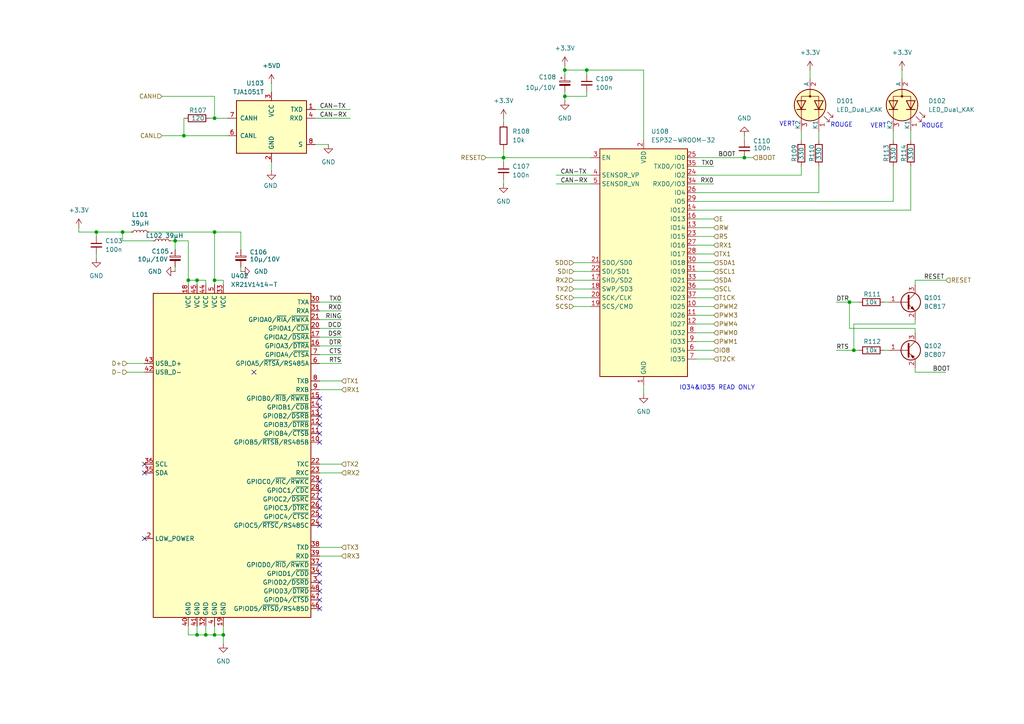
<source format=kicad_sch>
(kicad_sch (version 20250114) (generator "eeschema") (generator_version "9.0")
  (paper "A4")
  (title_block (title "CMOS-74A") (date "2025-09-17") (rev "V0.4") (company "F4DEB") (comment 1 "ESP32") (comment 2 "UART"))
  (lib_symbols
    (symbol "CMOS:XR21V1414"
      (property "Reference" "U" (at -21.59 67.31 0))
      (property "Value" "XR21V1414-T" (at 11.43 67.31 0))
      (symbol "XR21V1414_0_1"
        (rectangle (start -22.86 66.04) (end 22.86 -27.94) (stroke (width 0.254)) (fill (type background)))
      )
      (symbol "XR21V1414_1_1"
        (pin bidirectional line (at -25.4 45.72 0) (length 2.54) (name "USB_D+") (number "43"))
        (pin bidirectional line (at -25.4 43.18 0) (length 2.54) (name "USB_D-") (number "42"))
        (pin bidirectional line (at -25.4 16.51 0) (length 2.54) (name "SCL") (number "36"))
        (pin bidirectional line (at -25.4 13.97 0) (length 2.54) (name "SDA") (number "35"))
        (pin bidirectional line (at -25.4 -5.08 0) (length 2.54) (name "LOW_POWER") (number "2"))
        (pin power_in line (at -12.7 68.58 270) (length 2.54) (name "VCC") (number "18"))
        (pin power_in line (at -12.7 -30.48 90) (length 2.54) (name "GND") (number "40"))
        (pin power_in line (at -10.16 68.58 270) (length 2.54) (name "VCC") (number "45"))
        (pin power_in line (at -10.16 -30.48 90) (length 2.54) (name "GND") (number "41"))
        (pin power_in line (at -7.62 68.58 270) (length 2.54) (name "VCC") (number "44"))
        (pin power_in line (at -7.62 -30.48 90) (length 2.54) (name "GND") (number "32"))
        (pin power_in line (at -5.08 68.58 270) (length 2.54) (name "VCC") (number "5"))
        (pin power_in line (at -5.08 -30.48 90) (length 2.54) (name "GND") (number "4"))
        (pin power_in line (at -2.54 68.58 270) (length 2.54) (name "VCC") (number "33"))
        (pin passive line (at -2.54 68.58 270) (length 2.54) (hide yes) (name "VIO") (number "38"))
        (pin power_in line (at -2.54 -30.48 90) (length 2.54) (name "GND") (number "19"))
        (pin output line (at 25.4 63.5 180) (length 2.54) (name "TXA") (number "30"))
        (pin input line (at 25.4 60.96 180) (length 2.54) (name "RXA") (number "31"))
        (pin bidirectional line (at 25.4 58.42 180) (length 2.54) (name "GPIOA0/~{RIA}/~{RWKA}") (number "21"))
        (pin bidirectional line (at 25.4 55.88 180) (length 2.54) (name "GPIOA1/~{CDA}") (number "20"))
        (pin bidirectional line (at 25.4 53.34 180) (length 2.54) (name "GPIOA2/~{DSRA}") (number "17"))
        (pin bidirectional line (at 25.4 50.8 180) (length 2.54) (name "GPIOA3/~{DTRA}") (number "16"))
        (pin bidirectional line (at 25.4 48.26 180) (length 2.54) (name "GPIOA4/~{CTSA}") (number "7"))
        (pin bidirectional line (at 25.4 45.72 180) (length 2.54) (name "GPIOA5/~{RTSA}/RS485A") (number "6"))
        (pin output line (at 25.4 40.64 180) (length 2.54) (name "TXB") (number "8"))
        (pin input line (at 25.4 38.1 180) (length 2.54) (name "RXB") (number "9"))
        (pin bidirectional line (at 25.4 35.56 180) (length 2.54) (name "GPIOB0/~{RIB}/~{RWKB}") (number "15"))
        (pin bidirectional line (at 25.4 33.02 180) (length 2.54) (name "GPIOB1/~{CDB}") (number "14"))
        (pin bidirectional line (at 25.4 30.48 180) (length 2.54) (name "GPIOB2/~{DSRB}") (number "13"))
        (pin bidirectional line (at 25.4 27.94 180) (length 2.54) (name "GPIOB3/~{DTRB}") (number "12"))
        (pin bidirectional line (at 25.4 25.4 180) (length 2.54) (name "GPIOB4/~{CTSB}") (number "11"))
        (pin bidirectional line (at 25.4 22.86 180) (length 2.54) (name "GPIOB5/~{RTSB}/RS485B") (number "10"))
        (pin output line (at 25.4 16.51 180) (length 2.54) (name "TXC") (number "22"))
        (pin input line (at 25.4 13.97 180) (length 2.54) (name "RXC") (number "23"))
        (pin bidirectional line (at 25.4 11.43 180) (length 2.54) (name "GPIOC0/~{RIC}/~{RWKC}") (number "29"))
        (pin bidirectional line (at 25.4 8.89 180) (length 2.54) (name "GPIOC1/~{CDC}") (number "28"))
        (pin bidirectional line (at 25.4 6.35 180) (length 2.54) (name "GPIOC2/~{DSRC}") (number "27"))
        (pin bidirectional line (at 25.4 3.81 180) (length 2.54) (name "GPIOC3/~{DTRC}") (number "26"))
        (pin bidirectional line (at 25.4 1.27 180) (length 2.54) (name "GPIOC4/~{CTSC}") (number "25"))
        (pin bidirectional line (at 25.4 -1.27 180) (length 2.54) (name "GPIOC5/~{RTSC}/RS485C") (number "24"))
        (pin output line (at 25.4 -7.62 180) (length 2.54) (name "TXD") (number "38"))
        (pin input line (at 25.4 -10.16 180) (length 2.54) (name "RXD") (number "39"))
        (pin bidirectional line (at 25.4 -12.7 180) (length 2.54) (name "GPIOD0/~{RID}/~{RWKD}") (number "37"))
        (pin bidirectional line (at 25.4 -15.24 180) (length 2.54) (name "GPIOD1/~{CDD}") (number "34"))
        (pin bidirectional line (at 25.4 -17.78 180) (length 2.54) (name "GPIOD2/~{DSRD}") (number "3"))
        (pin bidirectional line (at 25.4 -20.32 180) (length 2.54) (name "GPIOD3/~{DTRD}") (number "48"))
        (pin bidirectional line (at 25.4 -22.86 180) (length 2.54) (name "GPIOD4/~{CTSD}") (number "47"))
        (pin bidirectional line (at 25.4 -25.4 180) (length 2.54) (name "GPIOD5/~{RTSD}/RS485D") (number "46"))
      )
    )
    (symbol "Device:C_Polarized_Small" (pin_numbers (hide yes)) (pin_names (offset 0.254) (hide yes))
      (property "Reference" "C" (at 0.254 1.778 0))
      (property "Value" "C_Polarized_Small" (at 0.254 -2.032 0))
      (symbol "C_Polarized_Small_0_1"
        (rectangle (start -1.524 0.6858) (end 1.524 0.3048))
        (rectangle (start -1.524 -0.3048) (end 1.524 -0.6858) (fill (type outline)))
        (polyline (pts (xy -1.27 1.524) (xy -0.762 1.524)))
        (polyline (pts (xy -1.016 1.27) (xy -1.016 1.778)))
      )
      (symbol "C_Polarized_Small_1_1"
        (pin passive line (at 0 2.54 270) (length 1.8542) (name "~") (number "1"))
        (pin passive line (at 0 -2.54 90) (length 1.8542) (name "~") (number "2"))
      )
    )
    (symbol "Device:C_Small" (pin_numbers (hide yes)) (pin_names (offset 0.254) (hide yes))
      (property "Reference" "C" (at 0.254 1.778 0))
      (property "Value" "C_Small" (at 0.254 -2.032 0))
      (symbol "C_Small_0_1"
        (polyline (pts (xy -1.524 0.508) (xy 1.524 0.508)) (stroke (width 0.3048)))
        (polyline (pts (xy -1.524 -0.508) (xy 1.524 -0.508)) (stroke (width 0.3302)))
      )
      (symbol "C_Small_1_1"
        (pin passive line (at 0 2.54 270) (length 2.032) (name "~") (number "1"))
        (pin passive line (at 0 -2.54 90) (length 2.032) (name "~") (number "2"))
      )
    )
    (symbol "Device:LED_Dual_KAK" (pin_names (offset 0))
      (property "Reference" "D" (at 0 5.715 0))
      (property "Value" "LED_Dual_KAK" (at 0 -6.35 0))
      (symbol "LED_Dual_KAK_0_1"
        (polyline (pts (xy -4.572 0) (xy -2.54 0)))
        (circle (center -2.54 0) (radius 0.2794) (fill (type outline)))
        (polyline (pts (xy -1.27 3.81) (xy -1.27 1.27) (xy 1.27 2.54) (xy -1.27 3.81)) (stroke (width 0.254)))
        (polyline (pts (xy -1.27 -1.27) (xy -1.27 -3.81) (xy 1.27 -2.54) (xy -1.27 -1.27)) (stroke (width 0.254)))
        (circle (center 0 0) (radius 4.572) (stroke (width 0.254)) (fill (type background)))
        (polyline (pts (xy 1.27 3.81) (xy 1.27 1.27)) (stroke (width 0.254)))
        (polyline (pts (xy 1.27 -1.27) (xy 1.27 -3.81)) (stroke (width 0.254)))
        (polyline (pts (xy 2.032 5.08) (xy 3.556 6.604) (xy 2.794 6.604) (xy 3.556 6.604) (xy 3.556 5.842)))
        (polyline (pts (xy 2.032 2.54) (xy -2.54 2.54) (xy -2.54 -2.54) (xy 2.032 -2.54)))
        (polyline (pts (xy 3.302 4.064) (xy 4.826 5.588) (xy 4.064 5.588) (xy 4.826 5.588) (xy 4.826 4.826)))
        (polyline (pts (xy 3.81 2.54) (xy 1.905 2.54)))
        (polyline (pts (xy 3.81 -2.54) (xy 1.905 -2.54)))
      )
      (symbol "LED_Dual_KAK_1_1"
        (pin input line (at -7.62 0 0) (length 3.048) (name "A") (number "2"))
        (pin input line (at 7.62 2.54 180) (length 3.81) (name "K1") (number "1"))
        (pin input line (at 7.62 -2.54 180) (length 3.81) (name "K2") (number "3"))
      )
    )
    (symbol "Device:L_Small" (pin_numbers (hide yes)) (pin_names (offset 0.254) (hide yes))
      (property "Reference" "L" (at 0.762 1.016 0))
      (property "Value" "L_Small" (at 0.762 -1.016 0))
      (symbol "L_Small_0_1"
        (arc (start 0 2.032) (mid 0.5058 1.524) (end 0 1.016))
        (arc (start 0 1.016) (mid 0.5058 0.508) (end 0 0))
        (arc (start 0 0) (mid 0.5058 -0.508) (end 0 -1.016))
        (arc (start 0 -1.016) (mid 0.5058 -1.524) (end 0 -2.032))
      )
      (symbol "L_Small_1_1"
        (pin passive line (at 0 2.54 270) (length 0.508) (name "~") (number "1"))
        (pin passive line (at 0 -2.54 90) (length 0.508) (name "~") (number "2"))
      )
    )
    (symbol "Device:R" (pin_numbers (hide yes)) (pin_names (offset 0))
      (property "Reference" "R" (at 2.032 0 90))
      (property "Value" "R" (at 0 0 90))
      (symbol "R_0_1"
        (rectangle (start -1.016 -2.54) (end 1.016 2.54) (stroke (width 0.254)))
      )
      (symbol "R_1_1"
        (pin passive line (at 0 3.81 270) (length 1.27) (name "~") (number "1"))
        (pin passive line (at 0 -3.81 90) (length 1.27) (name "~") (number "2"))
      )
    )
    (symbol "Interface_CAN_LIN:TJA1051T" (pin_names (offset 1.016))
      (property "Reference" "U" (at -10.16 8.89 0))
      (property "Value" "TJA1051T" (at 1.27 8.89 0))
      (symbol "TJA1051T_0_1"
        (rectangle (start -10.16 7.62) (end 10.16 -7.62) (stroke (width 0.254)) (fill (type background)))
      )
      (symbol "TJA1051T_1_1"
        (pin input line (at -12.7 5.08 0) (length 2.54) (name "TXD") (number "1"))
        (pin output line (at -12.7 2.54 0) (length 2.54) (name "RXD") (number "4"))
        (pin input line (at -12.7 -5.08 0) (length 2.54) (name "S") (number "8"))
        (pin no_connect line (at -10.16 -2.54 0) (length 2.54) (hide yes) (name "NC") (number "5"))
        (pin power_in line (at 0 10.16 270) (length 2.54) (name "VCC") (number "3"))
        (pin power_in line (at 0 -10.16 90) (length 2.54) (name "GND") (number "2"))
        (pin bidirectional line (at 12.7 2.54 180) (length 2.54) (name "CANH") (number "7"))
        (pin bidirectional line (at 12.7 -2.54 180) (length 2.54) (name "CANL") (number "6"))
      )
    )
    (symbol "RF_Module:ESP32-WROOM-32"
      (property "Reference" "U" (at -12.7 34.29 0))
      (property "Value" "ESP32-WROOM-32" (at 1.27 34.29 0))
      (symbol "ESP32-WROOM-32_0_1"
        (rectangle (start -12.7 33.02) (end 12.7 -33.02) (stroke (width 0.254)) (fill (type background)))
      )
      (symbol "ESP32-WROOM-32_1_1"
        (pin input line (at -15.24 30.48 0) (length 2.54) (name "EN") (number "3"))
        (pin input line (at -15.24 25.4 0) (length 2.54) (name "SENSOR_VP") (number "4"))
        (pin input line (at -15.24 22.86 0) (length 2.54) (name "SENSOR_VN") (number "5"))
        (pin bidirectional line (at -15.24 0 0) (length 2.54) (name "SDO/SD0") (number "21"))
        (pin bidirectional line (at -15.24 -2.54 0) (length 2.54) (name "SDI/SD1") (number "22"))
        (pin bidirectional line (at -15.24 -5.08 0) (length 2.54) (name "SHD/SD2") (number "17"))
        (pin bidirectional line (at -15.24 -7.62 0) (length 2.54) (name "SWP/SD3") (number "18"))
        (pin bidirectional line (at -15.24 -10.16 0) (length 2.54) (name "SCK/CLK") (number "20"))
        (pin bidirectional line (at -15.24 -12.7 0) (length 2.54) (name "SCS/CMD") (number "19"))
        (pin no_connect line (at -12.7 -27.94 0) (length 2.54) (hide yes) (name "NC") (number "32"))
        (pin power_in line (at 0 35.56 270) (length 2.54) (name "VDD") (number "2"))
        (pin power_in line (at 0 -35.56 90) (length 2.54) (name "GND") (number "1"))
        (pin passive line (at 0 -35.56 90) (length 2.54) (hide yes) (name "GND") (number "15"))
        (pin passive line (at 0 -35.56 90) (length 2.54) (hide yes) (name "GND") (number "38"))
        (pin passive line (at 0 -35.56 90) (length 2.54) (hide yes) (name "GND") (number "39"))
        (pin bidirectional line (at 15.24 30.48 180) (length 2.54) (name "IO0") (number "25"))
        (pin bidirectional line (at 15.24 27.94 180) (length 2.54) (name "TXD0/IO1") (number "35"))
        (pin bidirectional line (at 15.24 25.4 180) (length 2.54) (name "IO2") (number "24"))
        (pin bidirectional line (at 15.24 22.86 180) (length 2.54) (name "RXD0/IO3") (number "34"))
        (pin bidirectional line (at 15.24 20.32 180) (length 2.54) (name "IO4") (number "26"))
        (pin bidirectional line (at 15.24 17.78 180) (length 2.54) (name "IO5") (number "29"))
        (pin bidirectional line (at 15.24 15.24 180) (length 2.54) (name "IO12") (number "14"))
        (pin bidirectional line (at 15.24 12.7 180) (length 2.54) (name "IO13") (number "16"))
        (pin bidirectional line (at 15.24 10.16 180) (length 2.54) (name "IO14") (number "13"))
        (pin bidirectional line (at 15.24 7.62 180) (length 2.54) (name "IO15") (number "23"))
        (pin bidirectional line (at 15.24 5.08 180) (length 2.54) (name "IO16") (number "27"))
        (pin bidirectional line (at 15.24 2.54 180) (length 2.54) (name "IO17") (number "28"))
        (pin bidirectional line (at 15.24 0 180) (length 2.54) (name "IO18") (number "30"))
        (pin bidirectional line (at 15.24 -2.54 180) (length 2.54) (name "IO19") (number "31"))
        (pin bidirectional line (at 15.24 -5.08 180) (length 2.54) (name "IO21") (number "33"))
        (pin bidirectional line (at 15.24 -7.62 180) (length 2.54) (name "IO22") (number "36"))
        (pin bidirectional line (at 15.24 -10.16 180) (length 2.54) (name "IO23") (number "37"))
        (pin bidirectional line (at 15.24 -12.7 180) (length 2.54) (name "IO25") (number "10"))
        (pin bidirectional line (at 15.24 -15.24 180) (length 2.54) (name "IO26") (number "11"))
        (pin bidirectional line (at 15.24 -17.78 180) (length 2.54) (name "IO27") (number "12"))
        (pin bidirectional line (at 15.24 -20.32 180) (length 2.54) (name "IO32") (number "8"))
        (pin bidirectional line (at 15.24 -22.86 180) (length 2.54) (name "IO33") (number "9"))
        (pin input line (at 15.24 -25.4 180) (length 2.54) (name "IO34") (number "6"))
        (pin input line (at 15.24 -27.94 180) (length 2.54) (name "IO35") (number "7"))
      )
    )
    (symbol "Transistor_BJT:BC807" (pin_names (offset 0) (hide yes))
      (property "Reference" "Q" (at 5.08 1.905 0))
      (property "Value" "BC807" (at 5.08 0 0))
      (symbol "BC807_0_1"
        (polyline (pts (xy -2.54 0) (xy 0.635 0)))
        (polyline (pts (xy 0.635 1.905) (xy 0.635 -1.905)) (stroke (width 0.508)))
        (polyline (pts (xy 0.635 0.635) (xy 2.54 2.54)))
        (polyline (pts (xy 0.635 -0.635) (xy 2.54 -2.54)))
        (circle (center 1.27 0) (radius 2.8194) (stroke (width 0.254)))
        (polyline (pts (xy 2.286 -1.778) (xy 1.778 -2.286) (xy 1.27 -1.27) (xy 2.286 -1.778)) (fill (type outline)))
      )
      (symbol "BC807_1_1"
        (pin input line (at -5.08 0 0) (length 2.54) (name "B") (number "1"))
        (pin passive line (at 2.54 5.08 270) (length 2.54) (name "C") (number "3"))
        (pin passive line (at 2.54 -5.08 90) (length 2.54) (name "E") (number "2"))
      )
    )
    (symbol "Transistor_BJT:BC817" (pin_names (offset 0) (hide yes))
      (property "Reference" "Q" (at 5.08 1.905 0))
      (property "Value" "BC817" (at 5.08 0 0))
      (symbol "BC817_0_1"
        (polyline (pts (xy -2.54 0) (xy 0.635 0)))
        (polyline (pts (xy 0.635 1.905) (xy 0.635 -1.905)) (stroke (width 0.508)))
        (circle (center 1.27 0) (radius 2.8194) (stroke (width 0.254)))
      )
      (symbol "BC817_1_1"
        (polyline (pts (xy 0.635 0.635) (xy 2.54 2.54)))
        (polyline (pts (xy 0.635 -0.635) (xy 2.54 -2.54)))
        (polyline (pts (xy 1.27 -1.778) (xy 1.778 -1.27) (xy 2.286 -2.286) (xy 1.27 -1.778)) (fill (type outline)))
        (pin input line (at -5.08 0 0) (length 2.54) (name "B") (number "1"))
        (pin passive line (at 2.54 5.08 270) (length 2.54) (name "C") (number "3"))
        (pin passive line (at 2.54 -5.08 90) (length 2.54) (name "E") (number "2"))
      )
    )
    (symbol "power:+3.3V" (power) (pin_numbers (hide yes)) (pin_names (offset 0) (hide yes))
      (property "Value" "+3.3V" (at 0 3.556 0))
      (symbol "+3.3V_0_1"
        (polyline (pts (xy -0.762 1.27) (xy 0 2.54)))
        (polyline (pts (xy 0 2.54) (xy 0.762 1.27)))
        (polyline (pts (xy 0 0) (xy 0 2.54)))
      )
      (symbol "+3.3V_1_1"
        (pin power_in line (at 0 0 90) (length 0) (name "~") (number "1"))
      )
    )
    (symbol "power:+5VD" (power) (pin_numbers (hide yes)) (pin_names (offset 0) (hide yes))
      (property "Value" "+5VD" (at 0 3.556 0))
      (symbol "+5VD_0_1"
        (polyline (pts (xy -0.762 1.27) (xy 0 2.54)))
        (polyline (pts (xy 0 2.54) (xy 0.762 1.27)))
        (polyline (pts (xy 0 0) (xy 0 2.54)))
      )
      (symbol "+5VD_1_1"
        (pin power_in line (at 0 0 90) (length 0) (name "~") (number "1"))
      )
    )
    (symbol "power:GND" (power) (pin_numbers (hide yes)) (pin_names (offset 0) (hide yes))
      (property "Value" "GND" (at 0 -3.81 0))
      (symbol "GND_0_1"
        (polyline (pts (xy 0 0) (xy 0 -1.27) (xy 1.27 -1.27) (xy 0 -2.54) (xy -1.27 -1.27) (xy 0 -1.27)))
      )
      (symbol "GND_1_1"
        (pin power_in line (at 0 0 270) (length 0) (name "~") (number "1"))
      )
    )
  )
  (text "VERT" (at 228.346 36.068 0) (effects (font (size 1.27 1.27))))
  (text "ROUGE" (at 244.094 36.322 0) (effects (font (size 1.27 1.27))))
  (text "IO34&IO35 READ ONLY" (at 208.026 112.522 0) (effects (font (size 1.27 1.27))))
  (text "VERT" (at 254.762 36.576 0) (effects (font (size 1.27 1.27))))
  (text "ROUGE" (at 270.51 36.576 0) (effects (font (size 1.27 1.27))))
  (junction (at 62.23 81.28))
  (junction (at 64.77 184.15))
  (junction (at 62.23 34.29))
  (junction (at 57.15 184.15))
  (junction (at 27.94 67.31))
  (junction (at 246.38 87.63))
  (junction (at 53.34 39.37))
  (junction (at 215.9 45.72))
  (junction (at 146.05 45.72))
  (junction (at 59.69 184.15))
  (junction (at 62.23 184.15))
  (junction (at 163.83 27.94))
  (junction (at 62.23 67.31))
  (junction (at 170.18 20.32))
  (junction (at 163.83 20.32))
  (junction (at 50.8 69.85))
  (junction (at 57.15 81.28))
  (junction (at 54.61 81.28))
  (junction (at 247.65 101.6))
  (junction (at 35.56 67.31))
  (no_connect (at 92.71 152.4))
  (no_connect (at 41.91 134.62))
  (no_connect (at 41.91 137.16))
  (no_connect (at 92.71 115.57))
  (no_connect (at 41.91 156.21))
  (no_connect (at 92.71 123.19))
  (no_connect (at 92.71 171.45))
  (no_connect (at 92.71 144.78))
  (no_connect (at 92.71 166.37))
  (no_connect (at 92.71 168.91))
  (no_connect (at 92.71 173.99))
  (no_connect (at 92.71 120.65))
  (no_connect (at 92.71 139.7))
  (no_connect (at 73.66 107.95))
  (no_connect (at 92.71 149.86))
  (no_connect (at 92.71 142.24))
  (no_connect (at 92.71 163.83))
  (no_connect (at 92.71 176.53))
  (no_connect (at 92.71 118.11))
  (no_connect (at 92.71 128.27))
  (no_connect (at 92.71 125.73))
  (no_connect (at 92.71 147.32))
  (wire (pts (xy 170.18 27.94) (xy 170.18 26.67)))
  (wire (pts (xy 186.69 111.76) (xy 186.69 114.3)))
  (wire (pts (xy 265.43 107.95) (xy 274.32 107.95)))
  (wire (pts (xy 92.71 137.16) (xy 99.06 137.16)))
  (wire (pts (xy 163.83 19.05) (xy 163.83 20.32)))
  (wire (pts (xy 201.93 53.34) (xy 207.01 53.34)))
  (wire (pts (xy 186.69 20.32) (xy 186.69 40.64)))
  (wire (pts (xy 259.08 58.42) (xy 259.08 48.26)))
  (wire (pts (xy 57.15 184.15) (xy 54.61 184.15)))
  (wire (pts (xy 78.74 24.13) (xy 78.74 26.67)))
  (wire (pts (xy 78.74 46.99) (xy 78.74 49.53)))
  (wire (pts (xy 201.93 81.28) (xy 207.01 81.28)))
  (wire (pts (xy 69.85 67.31) (xy 69.85 72.39)))
  (wire (pts (xy 60.96 34.29) (xy 62.23 34.29)))
  (wire (pts (xy 201.93 101.6) (xy 207.01 101.6)))
  (wire (pts (xy 27.94 67.31) (xy 27.94 68.58)))
  (wire (pts (xy 57.15 81.28) (xy 59.69 81.28)))
  (wire (pts (xy 92.71 110.49) (xy 99.06 110.49)))
  (wire (pts (xy 201.93 78.74) (xy 207.01 78.74)))
  (wire (pts (xy 62.23 81.28) (xy 64.77 81.28)))
  (wire (pts (xy 64.77 184.15) (xy 62.23 184.15)))
  (wire (pts (xy 62.23 67.31) (xy 69.85 67.31)))
  (wire (pts (xy 91.44 34.29) (xy 101.6 34.29)))
  (wire (pts (xy 201.93 99.06) (xy 207.01 99.06)))
  (wire (pts (xy 265.43 96.52) (xy 265.43 95.25)))
  (wire (pts (xy 201.93 55.88) (xy 237.49 55.88)))
  (wire (pts (xy 92.71 87.63) (xy 99.06 87.63)))
  (wire (pts (xy 59.69 184.15) (xy 57.15 184.15)))
  (wire (pts (xy 35.56 67.31) (xy 38.1 67.31)))
  (wire (pts (xy 201.93 86.36) (xy 207.01 86.36)))
  (wire (pts (xy 54.61 81.28) (xy 57.15 81.28)))
  (wire (pts (xy 201.93 48.26) (xy 207.01 48.26)))
  (wire (pts (xy 256.54 87.63) (xy 257.81 87.63)))
  (wire (pts (xy 246.38 87.63) (xy 248.92 87.63)))
  (wire (pts (xy 201.93 63.5) (xy 207.01 63.5)))
  (wire (pts (xy 163.83 26.67) (xy 163.83 27.94)))
  (wire (pts (xy 161.29 50.8) (xy 171.45 50.8)))
  (wire (pts (xy 27.94 67.31) (xy 35.56 67.31)))
  (wire (pts (xy 265.43 93.98) (xy 247.65 93.98)))
  (wire (pts (xy 161.29 53.34) (xy 171.45 53.34)))
  (wire (pts (xy 54.61 81.28) (xy 54.61 82.55)))
  (wire (pts (xy 92.71 92.71) (xy 99.06 92.71)))
  (wire (pts (xy 146.05 46.99) (xy 146.05 45.72)))
  (wire (pts (xy 201.93 60.96) (xy 264.16 60.96)))
  (wire (pts (xy 22.86 66.04) (xy 22.86 67.31)))
  (wire (pts (xy 43.18 67.31) (xy 62.23 67.31)))
  (wire (pts (xy 247.65 101.6) (xy 248.92 101.6)))
  (wire (pts (xy 54.61 181.61) (xy 54.61 184.15)))
  (wire (pts (xy 163.83 20.32) (xy 170.18 20.32)))
  (wire (pts (xy 170.18 20.32) (xy 170.18 21.59)))
  (wire (pts (xy 146.05 53.34) (xy 146.05 52.07)))
  (wire (pts (xy 92.71 134.62) (xy 99.06 134.62)))
  (wire (pts (xy 92.71 95.25) (xy 99.06 95.25)))
  (wire (pts (xy 27.94 73.66) (xy 27.94 74.93)))
  (wire (pts (xy 92.71 97.79) (xy 99.06 97.79)))
  (wire (pts (xy 50.8 69.85) (xy 50.8 72.39)))
  (wire (pts (xy 259.08 38.1) (xy 259.08 40.64)))
  (wire (pts (xy 265.43 95.25) (xy 246.38 95.25)))
  (wire (pts (xy 265.43 92.71) (xy 265.43 93.98)))
  (wire (pts (xy 265.43 82.55) (xy 265.43 81.28)))
  (wire (pts (xy 237.49 38.1) (xy 237.49 40.64)))
  (wire (pts (xy 140.97 45.72) (xy 146.05 45.72)))
  (wire (pts (xy 201.93 83.82) (xy 207.01 83.82)))
  (wire (pts (xy 57.15 181.61) (xy 57.15 184.15)))
  (wire (pts (xy 264.16 60.96) (xy 264.16 48.26)))
  (wire (pts (xy 201.93 93.98) (xy 207.01 93.98)))
  (wire (pts (xy 201.93 96.52) (xy 207.01 96.52)))
  (wire (pts (xy 64.77 81.28) (xy 64.77 82.55)))
  (wire (pts (xy 215.9 40.64) (xy 215.9 39.37)))
  (wire (pts (xy 46.99 27.94) (xy 62.23 27.94)))
  (wire (pts (xy 201.93 68.58) (xy 207.01 68.58)))
  (wire (pts (xy 256.54 101.6) (xy 257.81 101.6)))
  (wire (pts (xy 59.69 181.61) (xy 59.69 184.15)))
  (wire (pts (xy 242.57 87.63) (xy 246.38 87.63)))
  (wire (pts (xy 166.37 81.28) (xy 171.45 81.28)))
  (wire (pts (xy 201.93 50.8) (xy 232.41 50.8)))
  (wire (pts (xy 170.18 20.32) (xy 186.69 20.32)))
  (wire (pts (xy 146.05 43.18) (xy 146.05 45.72)))
  (wire (pts (xy 265.43 106.68) (xy 265.43 107.95)))
  (wire (pts (xy 201.93 71.12) (xy 207.01 71.12)))
  (wire (pts (xy 201.93 66.04) (xy 207.01 66.04)))
  (wire (pts (xy 146.05 34.29) (xy 146.05 35.56)))
  (wire (pts (xy 36.83 105.41) (xy 41.91 105.41)))
  (wire (pts (xy 57.15 81.28) (xy 57.15 82.55)))
  (wire (pts (xy 166.37 86.36) (xy 171.45 86.36)))
  (wire (pts (xy 146.05 45.72) (xy 171.45 45.72)))
  (wire (pts (xy 91.44 41.91) (xy 95.25 41.91)))
  (wire (pts (xy 92.71 90.17) (xy 99.06 90.17)))
  (wire (pts (xy 92.71 158.75) (xy 99.06 158.75)))
  (wire (pts (xy 53.34 39.37) (xy 66.04 39.37)))
  (wire (pts (xy 62.23 34.29) (xy 62.23 27.94)))
  (wire (pts (xy 35.56 69.85) (xy 35.56 67.31)))
  (wire (pts (xy 92.71 102.87) (xy 99.06 102.87)))
  (wire (pts (xy 264.16 38.1) (xy 264.16 40.64)))
  (wire (pts (xy 201.93 58.42) (xy 259.08 58.42)))
  (wire (pts (xy 215.9 45.72) (xy 218.44 45.72)))
  (wire (pts (xy 50.8 77.47) (xy 50.8 78.74)))
  (wire (pts (xy 232.41 50.8) (xy 232.41 48.26)))
  (wire (pts (xy 166.37 78.74) (xy 171.45 78.74)))
  (wire (pts (xy 69.85 77.47) (xy 69.85 78.74)))
  (wire (pts (xy 265.43 81.28) (xy 274.32 81.28)))
  (wire (pts (xy 62.23 181.61) (xy 62.23 184.15)))
  (wire (pts (xy 59.69 81.28) (xy 59.69 82.55)))
  (wire (pts (xy 22.86 67.31) (xy 27.94 67.31)))
  (wire (pts (xy 201.93 88.9) (xy 207.01 88.9)))
  (wire (pts (xy 91.44 31.75) (xy 101.6 31.75)))
  (wire (pts (xy 92.71 113.03) (xy 99.06 113.03)))
  (wire (pts (xy 36.83 107.95) (xy 41.91 107.95)))
  (wire (pts (xy 64.77 181.61) (xy 64.77 184.15)))
  (wire (pts (xy 247.65 93.98) (xy 247.65 101.6)))
  (wire (pts (xy 62.23 67.31) (xy 62.23 81.28)))
  (wire (pts (xy 246.38 95.25) (xy 246.38 87.63)))
  (wire (pts (xy 237.49 55.88) (xy 237.49 48.26)))
  (wire (pts (xy 54.61 69.85) (xy 54.61 81.28)))
  (wire (pts (xy 35.56 69.85) (xy 44.45 69.85)))
  (wire (pts (xy 261.62 20.32) (xy 261.62 22.86)))
  (wire (pts (xy 92.71 105.41) (xy 99.06 105.41)))
  (wire (pts (xy 62.23 184.15) (xy 59.69 184.15)))
  (wire (pts (xy 163.83 20.32) (xy 163.83 21.59)))
  (wire (pts (xy 163.83 27.94) (xy 170.18 27.94)))
  (wire (pts (xy 62.23 81.28) (xy 62.23 82.55)))
  (wire (pts (xy 201.93 91.44) (xy 207.01 91.44)))
  (wire (pts (xy 201.93 76.2) (xy 207.01 76.2)))
  (wire (pts (xy 50.8 69.85) (xy 54.61 69.85)))
  (wire (pts (xy 92.71 100.33) (xy 99.06 100.33)))
  (wire (pts (xy 53.34 34.29) (xy 53.34 39.37)))
  (wire (pts (xy 46.99 39.37) (xy 53.34 39.37)))
  (wire (pts (xy 64.77 184.15) (xy 64.77 186.69)))
  (wire (pts (xy 166.37 76.2) (xy 171.45 76.2)))
  (wire (pts (xy 201.93 104.14) (xy 207.01 104.14)))
  (wire (pts (xy 232.41 38.1) (xy 232.41 40.64)))
  (wire (pts (xy 201.93 73.66) (xy 207.01 73.66)))
  (wire (pts (xy 163.83 27.94) (xy 163.83 29.21)))
  (wire (pts (xy 166.37 83.82) (xy 171.45 83.82)))
  (wire (pts (xy 166.37 88.9) (xy 171.45 88.9)))
  (wire (pts (xy 201.93 45.72) (xy 215.9 45.72)))
  (wire (pts (xy 49.53 69.85) (xy 50.8 69.85)))
  (wire (pts (xy 62.23 34.29) (xy 66.04 34.29)))
  (wire (pts (xy 242.57 101.6) (xy 247.65 101.6)))
  (wire (pts (xy 92.71 161.29) (xy 99.06 161.29)))
  (wire (pts (xy 234.95 20.32) (xy 234.95 22.86)))
  (label "RX0" (at 207.01 53.34 180))
  (label "CTS" (at 99.06 102.87 180))
  (label "RTS" (at 242.57 101.6 0))
  (label "DCD" (at 99.06 95.25 180))
  (label "BOOT" (at 208.28 45.72 0))
  (label "RING" (at 99.06 92.71 180))
  (label "TX0" (at 99.06 87.63 180))
  (label "RX0" (at 99.06 90.17 180))
  (label "CAN-TX" (at 162.56 50.8 0))
  (label "RTS" (at 99.06 105.41 180))
  (label "DSR" (at 99.06 97.79 180))
  (label "TX0" (at 207.01 48.26 180))
  (label "BOOT" (at 270.51 107.95 0))
  (label "CAN-TX" (at 92.71 31.75 0))
  (label "DTR" (at 99.06 100.33 180))
  (label "DTR" (at 242.57 87.63 0))
  (label "RESET" (at 267.97 81.28 0))
  (label "CAN-RX" (at 92.71 34.29 0))
  (label "CAN-RX" (at 162.56 53.34 0))
  (hierarchical_label "BOOT" (shape input) (at 218.44 45.72 0))
  (hierarchical_label "IO8" (shape input) (at 207.01 101.6 0))
  (hierarchical_label "RX1" (shape input) (at 207.01 71.12 0))
  (hierarchical_label "RW" (shape input) (at 207.01 66.04 0))
  (hierarchical_label "TX1" (shape input) (at 207.01 73.66 0))
  (hierarchical_label "CANH" (shape input) (at 46.99 27.94 180))
  (hierarchical_label "D-" (shape input) (at 36.83 107.95 180))
  (hierarchical_label "PWM0" (shape input) (at 207.01 96.52 0))
  (hierarchical_label "CANL" (shape input) (at 46.99 39.37 180))
  (hierarchical_label "E" (shape input) (at 207.01 63.5 0))
  (hierarchical_label "T2CK" (shape input) (at 207.01 104.14 0))
  (hierarchical_label "RESET" (shape input) (at 274.32 81.28 0))
  (hierarchical_label "SDI" (shape input) (at 166.37 78.74 180))
  (hierarchical_label "PWM1" (shape input) (at 207.01 99.06 0))
  (hierarchical_label "RX3" (shape input) (at 99.06 161.29 0))
  (hierarchical_label "SCS" (shape input) (at 166.37 88.9 180))
  (hierarchical_label "TX3" (shape input) (at 99.06 158.75 0))
  (hierarchical_label "SDA1" (shape input) (at 207.01 76.2 0))
  (hierarchical_label "SCL1" (shape input) (at 207.01 78.74 0))
  (hierarchical_label "RX2" (shape input) (at 166.37 81.28 180))
  (hierarchical_label "PWM2" (shape input) (at 207.01 88.9 0))
  (hierarchical_label "RS" (shape input) (at 207.01 68.58 0))
  (hierarchical_label "SDA" (shape input) (at 207.01 81.28 0))
  (hierarchical_label "RX1" (shape input) (at 99.06 113.03 0))
  (hierarchical_label "RESET" (shape input) (at 140.97 45.72 180))
  (hierarchical_label "RX2" (shape input) (at 99.06 137.16 0))
  (hierarchical_label "D+" (shape input) (at 36.83 105.41 180))
  (hierarchical_label "PWM4" (shape input) (at 207.01 93.98 0))
  (hierarchical_label "TX2" (shape input) (at 99.06 134.62 0))
  (hierarchical_label "PWM3" (shape input) (at 207.01 91.44 0))
  (hierarchical_label "T1CK" (shape input) (at 207.01 86.36 0))
  (hierarchical_label "TX2" (shape input) (at 166.37 83.82 180))
  (hierarchical_label "TX1" (shape input) (at 99.06 110.49 0))
  (hierarchical_label "SCL" (shape input) (at 207.01 83.82 0))
  (hierarchical_label "SCK" (shape input) (at 166.37 86.36 180))
  (hierarchical_label "SDO" (shape input) (at 166.37 76.2 180))
  (symbol (lib_id "Device:R") (at 252.73 87.63 90) (unit 1)
    (property "Reference" "R111" (at 252.984 85.344 90))
    (property "Value" "10k" (at 252.73 87.63 90))
    (property "Footprint" "Resistor_SMD:R_0603_1608Metric" (effects (hide yes)))
    (property "Description" "Resistor" (effects (hide yes)))
  )
  (symbol (lib_id "power:+3.3V") (at 146.05 34.29 0) (unit 1)
    (property "Reference" "#PWR0103" (effects (hide yes)))
    (property "Value" "+3.3V" (at 146.05 29.21 0))
    (property "Description" "Power symbol creates a global label with name \"+3.3V\"" (effects (hide yes)))
  )
  (symbol (lib_id "Device:C_Small") (at 27.94 71.12 0) (unit 1)
    (property "Reference" "C103" (at 30.48 69.8562 0) (effects (justify left)))
    (property "Value" "100n" (at 30.48 72.3962 0) (effects (justify left)))
    (property "Footprint" "Capacitor_SMD:C_0603_1608Metric_Pad1.08x0.95mm_HandSolder" (effects (hide yes)))
    (property "Description" "Unpolarized capacitor, small symbol" (effects (hide yes)))
  )
  (symbol (lib_id "Device:R") (at 232.41 44.45 0) (unit 1)
    (property "Reference" "R109" (at 230.378 46.99 90) (effects (justify left)))
    (property "Value" "330" (at 232.41 46.482 90) (effects (justify left)))
    (property "Footprint" "Resistor_SMD:R_0603_1608Metric" (effects (hide yes)))
    (property "Description" "Resistor" (effects (hide yes)))
  )
  (symbol (lib_id "power:+3.3V") (at 163.83 19.05 0) (unit 1)
    (property "Reference" "#PWR0122" (effects (hide yes)))
    (property "Value" "+3.3V" (at 163.83 13.97 0))
    (property "Description" "Power symbol creates a global label with name \"+3.3V\"" (effects (hide yes)))
  )
  (symbol (lib_id "Device:C_Polarized_Small") (at 69.85 74.93 0) (unit 1)
    (property "Reference" "C106" (at 72.39 73.1138 0) (effects (justify left)))
    (property "Value" "10µ/10V" (at 72.39 75.184 0) (effects (justify left)))
    (property "Footprint" "Capacitor_Tantalum_SMD:CP_EIA-3216-12_Kemet-S_HandSolder" (effects (hide yes)))
    (property "Description" "Polarized capacitor, small symbol" (effects (hide yes)))
  )
  (symbol (lib_id "Device:C_Small") (at 146.05 49.53 0) (unit 1)
    (property "Reference" "C107" (at 148.59 48.2662 0) (effects (justify left)))
    (property "Value" "100n" (at 148.59 50.8062 0) (effects (justify left)))
    (property "Footprint" "Capacitor_SMD:C_0603_1608Metric" (effects (hide yes)))
    (property "Description" "Unpolarized capacitor, small symbol" (effects (hide yes)))
  )
  (symbol (lib_id "Device:L_Small") (at 40.64 67.31 90) (unit 1)
    (property "Reference" "L101" (at 40.64 62.23 90))
    (property "Value" "39µH" (at 40.64 64.77 90))
    (property "Footprint" "Capacitor_SMD:C_2220_5750Metric" (effects (hide yes)))
    (property "Description" "Inductor, small symbol" (effects (hide yes)))
  )
  (symbol (lib_id "Device:C_Polarized_Small") (at 163.83 24.13 0) (unit 1)
    (property "Reference" "C108" (at 156.21 22.352 0) (effects (justify left)))
    (property "Value" "10µ/10V" (at 152.4 25.4 0) (effects (justify left)))
    (property "Footprint" "Capacitor_Tantalum_SMD:CP_EIA-3216-10_Kemet-I" (effects (hide yes)))
    (property "Description" "Polarized capacitor, small symbol" (effects (hide yes)))
  )
  (symbol (lib_id "power:GND") (at 27.94 74.93 0) (unit 1)
    (property "Reference" "#PWR0120" (effects (hide yes)))
    (property "Value" "GND" (at 27.94 80.01 0))
    (property "Description" "Power symbol creates a global label with name \"GND\" , ground" (effects (hide yes)))
  )
  (symbol (lib_id "Device:LED_Dual_KAK") (at 261.62 30.48 270) (unit 1)
    (property "Reference" "D102" (at 269.24 29.2734 90) (effects (justify left)))
    (property "Value" "LED_Dual_KAK" (at 269.24 31.8134 90) (effects (justify left)))
    (property "Footprint" "LED_SMD:LED_Kingbright_KPA-3010_3x2x1mm" (effects (hide yes)))
    (property "Description" "Dual LED, common anode on pin 2" (effects (hide yes)))
  )
  (symbol (lib_id "Transistor_BJT:BC807") (at 262.89 101.6 0) (unit 1)
    (property "Reference" "Q102" (at 267.97 100.3299 0) (effects (justify left)))
    (property "Value" "BC807" (at 267.97 102.8699 0) (effects (justify left)))
    (property "Footprint" "Package_TO_SOT_SMD:SOT-23" (effects (hide yes)))
    (property "Datasheet" "https://www.onsemi.com/pub/Collateral/BC808-D.pdf" (effects (hide yes)))
    (property "Description" "0.8A Ic, 45V Vce, PNP Transistor, SOT-23" (effects (hide yes)))
  )
  (symbol (lib_id "power:+3.3V") (at 22.86 66.04 0) (unit 1)
    (property "Reference" "#PWR0119" (effects (hide yes)))
    (property "Value" "+3.3V" (at 22.86 60.96 0))
    (property "Description" "Power symbol creates a global label with name \"+3.3V\"" (effects (hide yes)))
  )
  (symbol (lib_id "Device:R") (at 57.15 34.29 90) (unit 1)
    (property "Reference" "R107" (at 57.404 32.004 90))
    (property "Value" "120" (at 57.404 34.29 90))
    (property "Footprint" "Resistor_SMD:R_1206_3216Metric" (effects (hide yes)))
    (property "Description" "Resistor" (effects (hide yes)))
  )
  (symbol (lib_id "power:+3.3V") (at 261.62 20.32 0) (unit 1)
    (property "Reference" "#PWR0125" (effects (hide yes)))
    (property "Value" "+3.3V" (at 261.62 15.24 0))
    (property "Description" "Power symbol creates a global label with name \"+3.3V\"" (effects (hide yes)))
  )
  (symbol (lib_id "power:GND") (at 50.8 78.74 270) (unit 1)
    (property "Reference" "#PWR0118" (effects (hide yes)))
    (property "Value" "GND" (at 46.99 78.7399 90) (effects (justify right)))
    (property "Description" "Power symbol creates a global label with name \"GND\" , ground" (effects (hide yes)))
  )
  (symbol (lib_id "Device:C_Small") (at 215.9 43.18 180) (unit 1)
    (property "Reference" "C110" (at 223.52 40.894 0) (effects (justify left)))
    (property "Value" "100n" (at 223.52 42.926 0) (effects (justify left)))
    (property "Footprint" "Capacitor_SMD:C_0603_1608Metric" (effects (hide yes)))
    (property "Description" "Unpolarized capacitor, small symbol" (effects (hide yes)))
  )
  (symbol (lib_id "Device:LED_Dual_KAK") (at 234.95 30.48 270) (unit 1)
    (property "Reference" "D101" (at 242.57 29.2734 90) (effects (justify left)))
    (property "Value" "LED_Dual_KAK" (at 242.57 31.8134 90) (effects (justify left)))
    (property "Footprint" "LED_SMD:LED_Kingbright_KPA-3010_3x2x1mm" (effects (hide yes)))
    (property "Description" "Dual LED, common anode on pin 2" (effects (hide yes)))
  )
  (symbol (lib_id "Device:R") (at 237.49 44.45 0) (unit 1)
    (property "Reference" "R110" (at 235.458 46.99 90) (effects (justify left)))
    (property "Value" "330" (at 237.49 46.482 90) (effects (justify left)))
    (property "Footprint" "Resistor_SMD:R_0603_1608Metric" (effects (hide yes)))
    (property "Description" "Resistor" (effects (hide yes)))
  )
  (symbol (lib_id "Device:L_Small") (at 46.99 69.85 90) (unit 1)
    (property "Reference" "L102" (at 44.704 68.326 90))
    (property "Value" "39µH" (at 50.546 68.326 90))
    (property "Footprint" "Capacitor_SMD:C_2220_5750Metric" (effects (hide yes)))
    (property "Description" "Inductor, small symbol" (effects (hide yes)))
  )
  (symbol (lib_id "Interface_CAN_LIN:TJA1051T") (at 78.74 36.83 0) (mirror y) (unit 1)
    (property "Reference" "U103" (at 76.5967 24.13 0) (effects (justify left)))
    (property "Value" "TJA1051T" (at 76.5967 26.67 0) (effects (justify left)))
    (property "Footprint" "Package_SO:SOIC-8_3.9x4.9mm_P1.27mm" (effects (hide yes)))
    (property "Datasheet" "http://www.nxp.com/docs/en/data-sheet/TJA1051.pdf" (effects (hide yes)))
    (property "Description" "High-Speed CAN Transceiver, silent mode, SOIC-8" (effects (hide yes)))
  )
  (symbol (lib_id "power:GND") (at 95.25 41.91 0) (unit 1)
    (property "Reference" "#PWR0106" (effects (hide yes)))
    (property "Value" "GND" (at 95.25 46.99 0))
    (property "Description" "Power symbol creates a global label with name \"GND\" , ground" (effects (hide yes)))
  )
  (symbol (lib_id "Device:R") (at 146.05 39.37 180) (unit 1)
    (property "Reference" "R108" (at 148.59 38.0999 0) (effects (justify right)))
    (property "Value" "10k" (at 148.59 40.6399 0) (effects (justify right)))
    (property "Footprint" "Resistor_SMD:R_0603_1608Metric" (effects (hide yes)))
    (property "Description" "Resistor" (effects (hide yes)))
  )
  (symbol (lib_id "power:+5VD") (at 78.74 24.13 0) (unit 1)
    (property "Reference" "#PWR0123" (effects (hide yes)))
    (property "Value" "+5VD" (at 78.74 19.05 0))
    (property "Description" "Power symbol creates a global label with name \"+5VD\"" (effects (hide yes)))
  )
  (symbol (lib_id "power:GND") (at 215.9 39.37 180) (unit 1)
    (property "Reference" "#PWR0127" (effects (hide yes)))
    (property "Value" "GND" (at 215.9 34.29 0))
    (property "Description" "Power symbol creates a global label with name \"GND\" , ground" (effects (hide yes)))
  )
  (symbol (lib_id "power:GND") (at 78.74 49.53 0) (unit 1)
    (property "Reference" "#PWR0116" (effects (hide yes)))
    (property "Value" "GND" (at 78.486 53.848 0))
    (property "Description" "Power symbol creates a global label with name \"GND\" , ground" (effects (hide yes)))
  )
  (symbol (lib_id "power:GND") (at 186.69 114.3 0) (unit 1)
    (property "Reference" "#PWR0124" (effects (hide yes)))
    (property "Value" "GND" (at 186.69 119.38 0))
    (property "Description" "Power symbol creates a global label with name \"GND\" , ground" (effects (hide yes)))
  )
  (symbol (lib_id "Device:C_Small") (at 170.18 24.13 0) (unit 1)
    (property "Reference" "C109" (at 172.72 22.8662 0) (effects (justify left)))
    (property "Value" "100n" (at 172.72 25.4062 0) (effects (justify left)))
    (property "Footprint" "Capacitor_SMD:C_0603_1608Metric" (effects (hide yes)))
    (property "Description" "Unpolarized capacitor, small symbol" (effects (hide yes)))
  )
  (symbol (lib_id "RF_Module:ESP32-WROOM-32") (at 186.69 76.2 0) (unit 1)
    (property "Reference" "U108" (at 188.8333 38.1 0) (effects (justify left)))
    (property "Value" "ESP32-WROOM-32" (at 188.8333 40.64 0) (effects (justify left)))
    (property "Footprint" "RF_Module:ESP32-WROOM-32" (effects (hide yes)))
    (property "Datasheet" "https://www.espressif.com/sites/default/files/documentation/esp32-wroom-32_datasheet_en.pdf" (effects (hide yes)))
    (property "Description" "RF Module, ESP32-D0WDQ6 SoC, Wi-Fi 802.11b/g/n, Bluetooth, BLE, 32-bit, 2.7-3.6V, onboard antenna, SMD" (effects (hide yes)))
  )
  (symbol (lib_id "power:GND") (at 64.77 186.69 0) (unit 1)
    (property "Reference" "#PWR0101" (effects (hide yes)))
    (property "Value" "GND" (at 64.77 191.77 0))
    (property "Description" "Power symbol creates a global label with name \"GND\" , ground" (effects (hide yes)))
  )
  (symbol (lib_id "power:GND") (at 146.05 53.34 0) (unit 1)
    (property "Reference" "#PWR0102" (effects (hide yes)))
    (property "Value" "GND" (at 146.05 58.42 0))
    (property "Description" "Power symbol creates a global label with name \"GND\" , ground" (effects (hide yes)))
  )
  (symbol (lib_id "Device:R") (at 252.73 101.6 90) (unit 1)
    (property "Reference" "R112" (at 252.984 99.06 90))
    (property "Value" "10k" (at 252.73 101.6 90))
    (property "Footprint" "Resistor_SMD:R_0603_1608Metric" (effects (hide yes)))
    (property "Description" "Resistor" (effects (hide yes)))
  )
  (symbol (lib_id "power:GND") (at 163.83 29.21 0) (unit 1)
    (property "Reference" "#PWR0104" (effects (hide yes)))
    (property "Value" "GND" (at 163.83 34.29 0))
    (property "Description" "Power symbol creates a global label with name \"GND\" , ground" (effects (hide yes)))
  )
  (symbol (lib_id "power:GND") (at 69.85 78.74 90) (unit 1)
    (property "Reference" "#PWR0117" (effects (hide yes)))
    (property "Value" "GND" (at 73.66 78.7399 90) (effects (justify right)))
    (property "Description" "Power symbol creates a global label with name \"GND\" , ground" (effects (hide yes)))
  )
  (symbol (lib_id "Transistor_BJT:BC817") (at 262.89 87.63 0) (unit 1)
    (property "Reference" "Q101" (at 267.97 86.3599 0) (effects (justify left)))
    (property "Value" "BC817" (at 267.97 88.8999 0) (effects (justify left)))
    (property "Footprint" "Package_TO_SOT_SMD:SOT-23" (effects (hide yes)))
    (property "Datasheet" "https://www.onsemi.com/pub/Collateral/BC818-D.pdf" (effects (hide yes)))
    (property "Description" "0.8A Ic, 45V Vce, NPN Transistor, SOT-23" (effects (hide yes)))
  )
  (symbol (lib_id "CMOS:XR21V1414") (at 67.31 151.13 0) (unit 1)
    (property "Reference" "U402" (at 66.9133 80.01 0) (effects (justify left)))
    (property "Value" "XR21V1414-T" (at 66.9133 82.55 0) (effects (justify left)))
    (property "Footprint" "Package_QFP:TQFP-48_7x7mm_P0.5mm" (effects (hide yes)))
    (property "Datasheet" "https://assets.maxlinear.com/web/documents/xr21b1424.pdf" (effects (hide yes)))
    (property "Description" "USB 2.0 up to 12Mbps, Quad Channel USB UART/FIFO, RS485 capability, LQFP-64" (effects (hide yes)))
  )
  (symbol (lib_id "Device:R") (at 259.08 44.45 0) (unit 1)
    (property "Reference" "R113" (at 257.048 46.99 90) (effects (justify left)))
    (property "Value" "330" (at 259.08 46.482 90) (effects (justify left)))
    (property "Footprint" "Resistor_SMD:R_0603_1608Metric" (effects (hide yes)))
    (property "Description" "Resistor" (effects (hide yes)))
  )
  (symbol (lib_id "Device:R") (at 264.16 44.45 0) (unit 1)
    (property "Reference" "R114" (at 262.128 46.99 90) (effects (justify left)))
    (property "Value" "330" (at 264.16 46.482 90) (effects (justify left)))
    (property "Footprint" "Resistor_SMD:R_0603_1608Metric" (effects (hide yes)))
    (property "Description" "Resistor" (effects (hide yes)))
  )
  (symbol (lib_id "power:+3.3V") (at 234.95 20.32 0) (unit 1)
    (property "Reference" "#PWR0126" (effects (hide yes)))
    (property "Value" "+3.3V" (at 234.95 15.24 0))
    (property "Description" "Power symbol creates a global label with name \"+3.3V\"" (effects (hide yes)))
  )
  (symbol (lib_id "Device:C_Polarized_Small") (at 50.8 74.93 0) (unit 1)
    (property "Reference" "C105" (at 43.942 72.898 0) (effects (justify left)))
    (property "Value" "10µ/10V" (at 39.878 75.184 0) (effects (justify left)))
    (property "Footprint" "Capacitor_Tantalum_SMD:CP_EIA-3216-12_Kemet-S_HandSolder" (effects (hide yes)))
    (property "Description" "Polarized capacitor, small symbol" (effects (hide yes)))
  )
)
</source>
